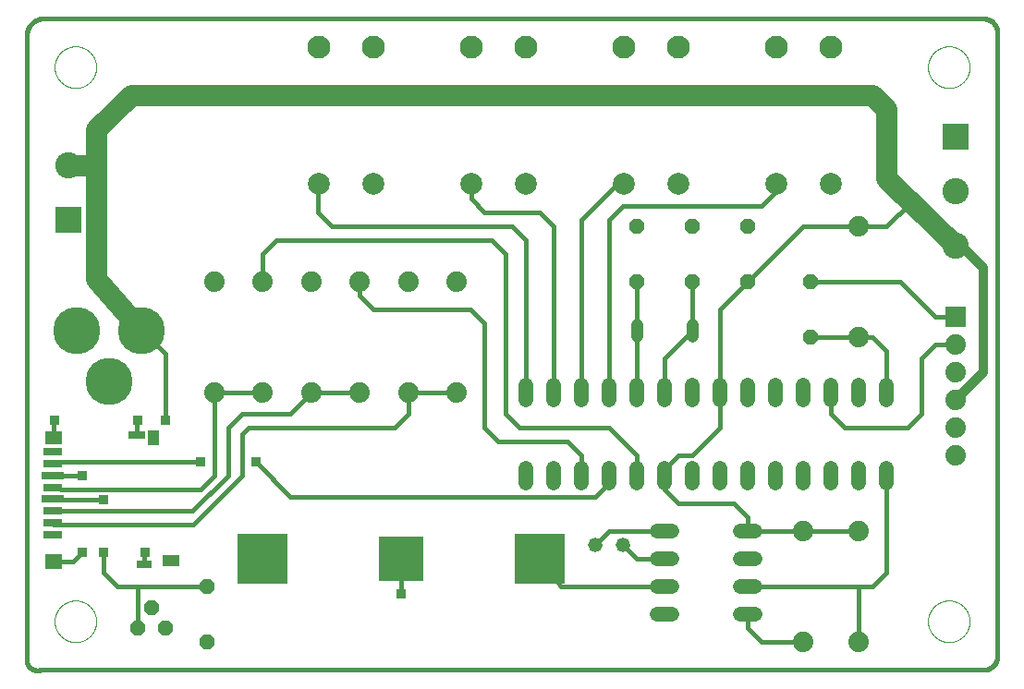
<source format=gtl>
G75*
%MOIN*%
%OFA0B0*%
%FSLAX25Y25*%
%IPPOS*%
%LPD*%
%AMOC8*
5,1,8,0,0,1.08239X$1,22.5*
%
%ADD10C,0.00100*%
%ADD11C,0.01600*%
%ADD12C,0.05200*%
%ADD13C,0.04400*%
%ADD14OC8,0.05200*%
%ADD15C,0.17000*%
%ADD16R,0.16000X0.16000*%
%ADD17R,0.18000X0.18000*%
%ADD18C,0.05200*%
%ADD19C,0.07400*%
%ADD20C,0.07874*%
%ADD21C,0.08268*%
%ADD22R,0.09500X0.09500*%
%ADD23C,0.09500*%
%ADD24R,0.07400X0.07400*%
%ADD25R,0.05906X0.05512*%
%ADD26R,0.05906X0.05118*%
%ADD27R,0.06890X0.02756*%
%ADD28R,0.08000X0.02756*%
%ADD29R,0.05906X0.03150*%
%ADD30R,0.03937X0.05512*%
%ADD31R,0.05512X0.03150*%
%ADD32R,0.06102X0.03937*%
%ADD33R,0.03562X0.03562*%
%ADD34C,0.07600*%
%ADD35C,0.03200*%
D10*
X0027500Y0019503D02*
X0027502Y0019687D01*
X0027509Y0019871D01*
X0027520Y0020055D01*
X0027536Y0020238D01*
X0027556Y0020421D01*
X0027581Y0020603D01*
X0027610Y0020785D01*
X0027644Y0020966D01*
X0027682Y0021146D01*
X0027725Y0021325D01*
X0027772Y0021503D01*
X0027823Y0021680D01*
X0027879Y0021856D01*
X0027938Y0022030D01*
X0028003Y0022202D01*
X0028071Y0022373D01*
X0028143Y0022542D01*
X0028220Y0022710D01*
X0028301Y0022875D01*
X0028386Y0023038D01*
X0028474Y0023200D01*
X0028567Y0023359D01*
X0028664Y0023515D01*
X0028764Y0023670D01*
X0028868Y0023822D01*
X0028976Y0023971D01*
X0029087Y0024117D01*
X0029202Y0024261D01*
X0029321Y0024402D01*
X0029443Y0024540D01*
X0029568Y0024675D01*
X0029697Y0024806D01*
X0029828Y0024935D01*
X0029963Y0025060D01*
X0030101Y0025182D01*
X0030242Y0025301D01*
X0030386Y0025416D01*
X0030532Y0025527D01*
X0030681Y0025635D01*
X0030833Y0025739D01*
X0030988Y0025839D01*
X0031144Y0025936D01*
X0031303Y0026029D01*
X0031465Y0026117D01*
X0031628Y0026202D01*
X0031793Y0026283D01*
X0031961Y0026360D01*
X0032130Y0026432D01*
X0032301Y0026500D01*
X0032473Y0026565D01*
X0032647Y0026624D01*
X0032823Y0026680D01*
X0033000Y0026731D01*
X0033178Y0026778D01*
X0033357Y0026821D01*
X0033537Y0026859D01*
X0033718Y0026893D01*
X0033900Y0026922D01*
X0034082Y0026947D01*
X0034265Y0026967D01*
X0034448Y0026983D01*
X0034632Y0026994D01*
X0034816Y0027001D01*
X0035000Y0027003D01*
X0035184Y0027001D01*
X0035368Y0026994D01*
X0035552Y0026983D01*
X0035735Y0026967D01*
X0035918Y0026947D01*
X0036100Y0026922D01*
X0036282Y0026893D01*
X0036463Y0026859D01*
X0036643Y0026821D01*
X0036822Y0026778D01*
X0037000Y0026731D01*
X0037177Y0026680D01*
X0037353Y0026624D01*
X0037527Y0026565D01*
X0037699Y0026500D01*
X0037870Y0026432D01*
X0038039Y0026360D01*
X0038207Y0026283D01*
X0038372Y0026202D01*
X0038535Y0026117D01*
X0038697Y0026029D01*
X0038856Y0025936D01*
X0039012Y0025839D01*
X0039167Y0025739D01*
X0039319Y0025635D01*
X0039468Y0025527D01*
X0039614Y0025416D01*
X0039758Y0025301D01*
X0039899Y0025182D01*
X0040037Y0025060D01*
X0040172Y0024935D01*
X0040303Y0024806D01*
X0040432Y0024675D01*
X0040557Y0024540D01*
X0040679Y0024402D01*
X0040798Y0024261D01*
X0040913Y0024117D01*
X0041024Y0023971D01*
X0041132Y0023822D01*
X0041236Y0023670D01*
X0041336Y0023515D01*
X0041433Y0023359D01*
X0041526Y0023200D01*
X0041614Y0023038D01*
X0041699Y0022875D01*
X0041780Y0022710D01*
X0041857Y0022542D01*
X0041929Y0022373D01*
X0041997Y0022202D01*
X0042062Y0022030D01*
X0042121Y0021856D01*
X0042177Y0021680D01*
X0042228Y0021503D01*
X0042275Y0021325D01*
X0042318Y0021146D01*
X0042356Y0020966D01*
X0042390Y0020785D01*
X0042419Y0020603D01*
X0042444Y0020421D01*
X0042464Y0020238D01*
X0042480Y0020055D01*
X0042491Y0019871D01*
X0042498Y0019687D01*
X0042500Y0019503D01*
X0042498Y0019319D01*
X0042491Y0019135D01*
X0042480Y0018951D01*
X0042464Y0018768D01*
X0042444Y0018585D01*
X0042419Y0018403D01*
X0042390Y0018221D01*
X0042356Y0018040D01*
X0042318Y0017860D01*
X0042275Y0017681D01*
X0042228Y0017503D01*
X0042177Y0017326D01*
X0042121Y0017150D01*
X0042062Y0016976D01*
X0041997Y0016804D01*
X0041929Y0016633D01*
X0041857Y0016464D01*
X0041780Y0016296D01*
X0041699Y0016131D01*
X0041614Y0015968D01*
X0041526Y0015806D01*
X0041433Y0015647D01*
X0041336Y0015491D01*
X0041236Y0015336D01*
X0041132Y0015184D01*
X0041024Y0015035D01*
X0040913Y0014889D01*
X0040798Y0014745D01*
X0040679Y0014604D01*
X0040557Y0014466D01*
X0040432Y0014331D01*
X0040303Y0014200D01*
X0040172Y0014071D01*
X0040037Y0013946D01*
X0039899Y0013824D01*
X0039758Y0013705D01*
X0039614Y0013590D01*
X0039468Y0013479D01*
X0039319Y0013371D01*
X0039167Y0013267D01*
X0039012Y0013167D01*
X0038856Y0013070D01*
X0038697Y0012977D01*
X0038535Y0012889D01*
X0038372Y0012804D01*
X0038207Y0012723D01*
X0038039Y0012646D01*
X0037870Y0012574D01*
X0037699Y0012506D01*
X0037527Y0012441D01*
X0037353Y0012382D01*
X0037177Y0012326D01*
X0037000Y0012275D01*
X0036822Y0012228D01*
X0036643Y0012185D01*
X0036463Y0012147D01*
X0036282Y0012113D01*
X0036100Y0012084D01*
X0035918Y0012059D01*
X0035735Y0012039D01*
X0035552Y0012023D01*
X0035368Y0012012D01*
X0035184Y0012005D01*
X0035000Y0012003D01*
X0034816Y0012005D01*
X0034632Y0012012D01*
X0034448Y0012023D01*
X0034265Y0012039D01*
X0034082Y0012059D01*
X0033900Y0012084D01*
X0033718Y0012113D01*
X0033537Y0012147D01*
X0033357Y0012185D01*
X0033178Y0012228D01*
X0033000Y0012275D01*
X0032823Y0012326D01*
X0032647Y0012382D01*
X0032473Y0012441D01*
X0032301Y0012506D01*
X0032130Y0012574D01*
X0031961Y0012646D01*
X0031793Y0012723D01*
X0031628Y0012804D01*
X0031465Y0012889D01*
X0031303Y0012977D01*
X0031144Y0013070D01*
X0030988Y0013167D01*
X0030833Y0013267D01*
X0030681Y0013371D01*
X0030532Y0013479D01*
X0030386Y0013590D01*
X0030242Y0013705D01*
X0030101Y0013824D01*
X0029963Y0013946D01*
X0029828Y0014071D01*
X0029697Y0014200D01*
X0029568Y0014331D01*
X0029443Y0014466D01*
X0029321Y0014604D01*
X0029202Y0014745D01*
X0029087Y0014889D01*
X0028976Y0015035D01*
X0028868Y0015184D01*
X0028764Y0015336D01*
X0028664Y0015491D01*
X0028567Y0015647D01*
X0028474Y0015806D01*
X0028386Y0015968D01*
X0028301Y0016131D01*
X0028220Y0016296D01*
X0028143Y0016464D01*
X0028071Y0016633D01*
X0028003Y0016804D01*
X0027938Y0016976D01*
X0027879Y0017150D01*
X0027823Y0017326D01*
X0027772Y0017503D01*
X0027725Y0017681D01*
X0027682Y0017860D01*
X0027644Y0018040D01*
X0027610Y0018221D01*
X0027581Y0018403D01*
X0027556Y0018585D01*
X0027536Y0018768D01*
X0027520Y0018951D01*
X0027509Y0019135D01*
X0027502Y0019319D01*
X0027500Y0019503D01*
X0027500Y0219503D02*
X0027502Y0219687D01*
X0027509Y0219871D01*
X0027520Y0220055D01*
X0027536Y0220238D01*
X0027556Y0220421D01*
X0027581Y0220603D01*
X0027610Y0220785D01*
X0027644Y0220966D01*
X0027682Y0221146D01*
X0027725Y0221325D01*
X0027772Y0221503D01*
X0027823Y0221680D01*
X0027879Y0221856D01*
X0027938Y0222030D01*
X0028003Y0222202D01*
X0028071Y0222373D01*
X0028143Y0222542D01*
X0028220Y0222710D01*
X0028301Y0222875D01*
X0028386Y0223038D01*
X0028474Y0223200D01*
X0028567Y0223359D01*
X0028664Y0223515D01*
X0028764Y0223670D01*
X0028868Y0223822D01*
X0028976Y0223971D01*
X0029087Y0224117D01*
X0029202Y0224261D01*
X0029321Y0224402D01*
X0029443Y0224540D01*
X0029568Y0224675D01*
X0029697Y0224806D01*
X0029828Y0224935D01*
X0029963Y0225060D01*
X0030101Y0225182D01*
X0030242Y0225301D01*
X0030386Y0225416D01*
X0030532Y0225527D01*
X0030681Y0225635D01*
X0030833Y0225739D01*
X0030988Y0225839D01*
X0031144Y0225936D01*
X0031303Y0226029D01*
X0031465Y0226117D01*
X0031628Y0226202D01*
X0031793Y0226283D01*
X0031961Y0226360D01*
X0032130Y0226432D01*
X0032301Y0226500D01*
X0032473Y0226565D01*
X0032647Y0226624D01*
X0032823Y0226680D01*
X0033000Y0226731D01*
X0033178Y0226778D01*
X0033357Y0226821D01*
X0033537Y0226859D01*
X0033718Y0226893D01*
X0033900Y0226922D01*
X0034082Y0226947D01*
X0034265Y0226967D01*
X0034448Y0226983D01*
X0034632Y0226994D01*
X0034816Y0227001D01*
X0035000Y0227003D01*
X0035184Y0227001D01*
X0035368Y0226994D01*
X0035552Y0226983D01*
X0035735Y0226967D01*
X0035918Y0226947D01*
X0036100Y0226922D01*
X0036282Y0226893D01*
X0036463Y0226859D01*
X0036643Y0226821D01*
X0036822Y0226778D01*
X0037000Y0226731D01*
X0037177Y0226680D01*
X0037353Y0226624D01*
X0037527Y0226565D01*
X0037699Y0226500D01*
X0037870Y0226432D01*
X0038039Y0226360D01*
X0038207Y0226283D01*
X0038372Y0226202D01*
X0038535Y0226117D01*
X0038697Y0226029D01*
X0038856Y0225936D01*
X0039012Y0225839D01*
X0039167Y0225739D01*
X0039319Y0225635D01*
X0039468Y0225527D01*
X0039614Y0225416D01*
X0039758Y0225301D01*
X0039899Y0225182D01*
X0040037Y0225060D01*
X0040172Y0224935D01*
X0040303Y0224806D01*
X0040432Y0224675D01*
X0040557Y0224540D01*
X0040679Y0224402D01*
X0040798Y0224261D01*
X0040913Y0224117D01*
X0041024Y0223971D01*
X0041132Y0223822D01*
X0041236Y0223670D01*
X0041336Y0223515D01*
X0041433Y0223359D01*
X0041526Y0223200D01*
X0041614Y0223038D01*
X0041699Y0222875D01*
X0041780Y0222710D01*
X0041857Y0222542D01*
X0041929Y0222373D01*
X0041997Y0222202D01*
X0042062Y0222030D01*
X0042121Y0221856D01*
X0042177Y0221680D01*
X0042228Y0221503D01*
X0042275Y0221325D01*
X0042318Y0221146D01*
X0042356Y0220966D01*
X0042390Y0220785D01*
X0042419Y0220603D01*
X0042444Y0220421D01*
X0042464Y0220238D01*
X0042480Y0220055D01*
X0042491Y0219871D01*
X0042498Y0219687D01*
X0042500Y0219503D01*
X0042498Y0219319D01*
X0042491Y0219135D01*
X0042480Y0218951D01*
X0042464Y0218768D01*
X0042444Y0218585D01*
X0042419Y0218403D01*
X0042390Y0218221D01*
X0042356Y0218040D01*
X0042318Y0217860D01*
X0042275Y0217681D01*
X0042228Y0217503D01*
X0042177Y0217326D01*
X0042121Y0217150D01*
X0042062Y0216976D01*
X0041997Y0216804D01*
X0041929Y0216633D01*
X0041857Y0216464D01*
X0041780Y0216296D01*
X0041699Y0216131D01*
X0041614Y0215968D01*
X0041526Y0215806D01*
X0041433Y0215647D01*
X0041336Y0215491D01*
X0041236Y0215336D01*
X0041132Y0215184D01*
X0041024Y0215035D01*
X0040913Y0214889D01*
X0040798Y0214745D01*
X0040679Y0214604D01*
X0040557Y0214466D01*
X0040432Y0214331D01*
X0040303Y0214200D01*
X0040172Y0214071D01*
X0040037Y0213946D01*
X0039899Y0213824D01*
X0039758Y0213705D01*
X0039614Y0213590D01*
X0039468Y0213479D01*
X0039319Y0213371D01*
X0039167Y0213267D01*
X0039012Y0213167D01*
X0038856Y0213070D01*
X0038697Y0212977D01*
X0038535Y0212889D01*
X0038372Y0212804D01*
X0038207Y0212723D01*
X0038039Y0212646D01*
X0037870Y0212574D01*
X0037699Y0212506D01*
X0037527Y0212441D01*
X0037353Y0212382D01*
X0037177Y0212326D01*
X0037000Y0212275D01*
X0036822Y0212228D01*
X0036643Y0212185D01*
X0036463Y0212147D01*
X0036282Y0212113D01*
X0036100Y0212084D01*
X0035918Y0212059D01*
X0035735Y0212039D01*
X0035552Y0212023D01*
X0035368Y0212012D01*
X0035184Y0212005D01*
X0035000Y0212003D01*
X0034816Y0212005D01*
X0034632Y0212012D01*
X0034448Y0212023D01*
X0034265Y0212039D01*
X0034082Y0212059D01*
X0033900Y0212084D01*
X0033718Y0212113D01*
X0033537Y0212147D01*
X0033357Y0212185D01*
X0033178Y0212228D01*
X0033000Y0212275D01*
X0032823Y0212326D01*
X0032647Y0212382D01*
X0032473Y0212441D01*
X0032301Y0212506D01*
X0032130Y0212574D01*
X0031961Y0212646D01*
X0031793Y0212723D01*
X0031628Y0212804D01*
X0031465Y0212889D01*
X0031303Y0212977D01*
X0031144Y0213070D01*
X0030988Y0213167D01*
X0030833Y0213267D01*
X0030681Y0213371D01*
X0030532Y0213479D01*
X0030386Y0213590D01*
X0030242Y0213705D01*
X0030101Y0213824D01*
X0029963Y0213946D01*
X0029828Y0214071D01*
X0029697Y0214200D01*
X0029568Y0214331D01*
X0029443Y0214466D01*
X0029321Y0214604D01*
X0029202Y0214745D01*
X0029087Y0214889D01*
X0028976Y0215035D01*
X0028868Y0215184D01*
X0028764Y0215336D01*
X0028664Y0215491D01*
X0028567Y0215647D01*
X0028474Y0215806D01*
X0028386Y0215968D01*
X0028301Y0216131D01*
X0028220Y0216296D01*
X0028143Y0216464D01*
X0028071Y0216633D01*
X0028003Y0216804D01*
X0027938Y0216976D01*
X0027879Y0217150D01*
X0027823Y0217326D01*
X0027772Y0217503D01*
X0027725Y0217681D01*
X0027682Y0217860D01*
X0027644Y0218040D01*
X0027610Y0218221D01*
X0027581Y0218403D01*
X0027556Y0218585D01*
X0027536Y0218768D01*
X0027520Y0218951D01*
X0027509Y0219135D01*
X0027502Y0219319D01*
X0027500Y0219503D01*
X0342500Y0219503D02*
X0342502Y0219687D01*
X0342509Y0219871D01*
X0342520Y0220055D01*
X0342536Y0220238D01*
X0342556Y0220421D01*
X0342581Y0220603D01*
X0342610Y0220785D01*
X0342644Y0220966D01*
X0342682Y0221146D01*
X0342725Y0221325D01*
X0342772Y0221503D01*
X0342823Y0221680D01*
X0342879Y0221856D01*
X0342938Y0222030D01*
X0343003Y0222202D01*
X0343071Y0222373D01*
X0343143Y0222542D01*
X0343220Y0222710D01*
X0343301Y0222875D01*
X0343386Y0223038D01*
X0343474Y0223200D01*
X0343567Y0223359D01*
X0343664Y0223515D01*
X0343764Y0223670D01*
X0343868Y0223822D01*
X0343976Y0223971D01*
X0344087Y0224117D01*
X0344202Y0224261D01*
X0344321Y0224402D01*
X0344443Y0224540D01*
X0344568Y0224675D01*
X0344697Y0224806D01*
X0344828Y0224935D01*
X0344963Y0225060D01*
X0345101Y0225182D01*
X0345242Y0225301D01*
X0345386Y0225416D01*
X0345532Y0225527D01*
X0345681Y0225635D01*
X0345833Y0225739D01*
X0345988Y0225839D01*
X0346144Y0225936D01*
X0346303Y0226029D01*
X0346465Y0226117D01*
X0346628Y0226202D01*
X0346793Y0226283D01*
X0346961Y0226360D01*
X0347130Y0226432D01*
X0347301Y0226500D01*
X0347473Y0226565D01*
X0347647Y0226624D01*
X0347823Y0226680D01*
X0348000Y0226731D01*
X0348178Y0226778D01*
X0348357Y0226821D01*
X0348537Y0226859D01*
X0348718Y0226893D01*
X0348900Y0226922D01*
X0349082Y0226947D01*
X0349265Y0226967D01*
X0349448Y0226983D01*
X0349632Y0226994D01*
X0349816Y0227001D01*
X0350000Y0227003D01*
X0350184Y0227001D01*
X0350368Y0226994D01*
X0350552Y0226983D01*
X0350735Y0226967D01*
X0350918Y0226947D01*
X0351100Y0226922D01*
X0351282Y0226893D01*
X0351463Y0226859D01*
X0351643Y0226821D01*
X0351822Y0226778D01*
X0352000Y0226731D01*
X0352177Y0226680D01*
X0352353Y0226624D01*
X0352527Y0226565D01*
X0352699Y0226500D01*
X0352870Y0226432D01*
X0353039Y0226360D01*
X0353207Y0226283D01*
X0353372Y0226202D01*
X0353535Y0226117D01*
X0353697Y0226029D01*
X0353856Y0225936D01*
X0354012Y0225839D01*
X0354167Y0225739D01*
X0354319Y0225635D01*
X0354468Y0225527D01*
X0354614Y0225416D01*
X0354758Y0225301D01*
X0354899Y0225182D01*
X0355037Y0225060D01*
X0355172Y0224935D01*
X0355303Y0224806D01*
X0355432Y0224675D01*
X0355557Y0224540D01*
X0355679Y0224402D01*
X0355798Y0224261D01*
X0355913Y0224117D01*
X0356024Y0223971D01*
X0356132Y0223822D01*
X0356236Y0223670D01*
X0356336Y0223515D01*
X0356433Y0223359D01*
X0356526Y0223200D01*
X0356614Y0223038D01*
X0356699Y0222875D01*
X0356780Y0222710D01*
X0356857Y0222542D01*
X0356929Y0222373D01*
X0356997Y0222202D01*
X0357062Y0222030D01*
X0357121Y0221856D01*
X0357177Y0221680D01*
X0357228Y0221503D01*
X0357275Y0221325D01*
X0357318Y0221146D01*
X0357356Y0220966D01*
X0357390Y0220785D01*
X0357419Y0220603D01*
X0357444Y0220421D01*
X0357464Y0220238D01*
X0357480Y0220055D01*
X0357491Y0219871D01*
X0357498Y0219687D01*
X0357500Y0219503D01*
X0357498Y0219319D01*
X0357491Y0219135D01*
X0357480Y0218951D01*
X0357464Y0218768D01*
X0357444Y0218585D01*
X0357419Y0218403D01*
X0357390Y0218221D01*
X0357356Y0218040D01*
X0357318Y0217860D01*
X0357275Y0217681D01*
X0357228Y0217503D01*
X0357177Y0217326D01*
X0357121Y0217150D01*
X0357062Y0216976D01*
X0356997Y0216804D01*
X0356929Y0216633D01*
X0356857Y0216464D01*
X0356780Y0216296D01*
X0356699Y0216131D01*
X0356614Y0215968D01*
X0356526Y0215806D01*
X0356433Y0215647D01*
X0356336Y0215491D01*
X0356236Y0215336D01*
X0356132Y0215184D01*
X0356024Y0215035D01*
X0355913Y0214889D01*
X0355798Y0214745D01*
X0355679Y0214604D01*
X0355557Y0214466D01*
X0355432Y0214331D01*
X0355303Y0214200D01*
X0355172Y0214071D01*
X0355037Y0213946D01*
X0354899Y0213824D01*
X0354758Y0213705D01*
X0354614Y0213590D01*
X0354468Y0213479D01*
X0354319Y0213371D01*
X0354167Y0213267D01*
X0354012Y0213167D01*
X0353856Y0213070D01*
X0353697Y0212977D01*
X0353535Y0212889D01*
X0353372Y0212804D01*
X0353207Y0212723D01*
X0353039Y0212646D01*
X0352870Y0212574D01*
X0352699Y0212506D01*
X0352527Y0212441D01*
X0352353Y0212382D01*
X0352177Y0212326D01*
X0352000Y0212275D01*
X0351822Y0212228D01*
X0351643Y0212185D01*
X0351463Y0212147D01*
X0351282Y0212113D01*
X0351100Y0212084D01*
X0350918Y0212059D01*
X0350735Y0212039D01*
X0350552Y0212023D01*
X0350368Y0212012D01*
X0350184Y0212005D01*
X0350000Y0212003D01*
X0349816Y0212005D01*
X0349632Y0212012D01*
X0349448Y0212023D01*
X0349265Y0212039D01*
X0349082Y0212059D01*
X0348900Y0212084D01*
X0348718Y0212113D01*
X0348537Y0212147D01*
X0348357Y0212185D01*
X0348178Y0212228D01*
X0348000Y0212275D01*
X0347823Y0212326D01*
X0347647Y0212382D01*
X0347473Y0212441D01*
X0347301Y0212506D01*
X0347130Y0212574D01*
X0346961Y0212646D01*
X0346793Y0212723D01*
X0346628Y0212804D01*
X0346465Y0212889D01*
X0346303Y0212977D01*
X0346144Y0213070D01*
X0345988Y0213167D01*
X0345833Y0213267D01*
X0345681Y0213371D01*
X0345532Y0213479D01*
X0345386Y0213590D01*
X0345242Y0213705D01*
X0345101Y0213824D01*
X0344963Y0213946D01*
X0344828Y0214071D01*
X0344697Y0214200D01*
X0344568Y0214331D01*
X0344443Y0214466D01*
X0344321Y0214604D01*
X0344202Y0214745D01*
X0344087Y0214889D01*
X0343976Y0215035D01*
X0343868Y0215184D01*
X0343764Y0215336D01*
X0343664Y0215491D01*
X0343567Y0215647D01*
X0343474Y0215806D01*
X0343386Y0215968D01*
X0343301Y0216131D01*
X0343220Y0216296D01*
X0343143Y0216464D01*
X0343071Y0216633D01*
X0343003Y0216804D01*
X0342938Y0216976D01*
X0342879Y0217150D01*
X0342823Y0217326D01*
X0342772Y0217503D01*
X0342725Y0217681D01*
X0342682Y0217860D01*
X0342644Y0218040D01*
X0342610Y0218221D01*
X0342581Y0218403D01*
X0342556Y0218585D01*
X0342536Y0218768D01*
X0342520Y0218951D01*
X0342509Y0219135D01*
X0342502Y0219319D01*
X0342500Y0219503D01*
X0342500Y0019503D02*
X0342502Y0019687D01*
X0342509Y0019871D01*
X0342520Y0020055D01*
X0342536Y0020238D01*
X0342556Y0020421D01*
X0342581Y0020603D01*
X0342610Y0020785D01*
X0342644Y0020966D01*
X0342682Y0021146D01*
X0342725Y0021325D01*
X0342772Y0021503D01*
X0342823Y0021680D01*
X0342879Y0021856D01*
X0342938Y0022030D01*
X0343003Y0022202D01*
X0343071Y0022373D01*
X0343143Y0022542D01*
X0343220Y0022710D01*
X0343301Y0022875D01*
X0343386Y0023038D01*
X0343474Y0023200D01*
X0343567Y0023359D01*
X0343664Y0023515D01*
X0343764Y0023670D01*
X0343868Y0023822D01*
X0343976Y0023971D01*
X0344087Y0024117D01*
X0344202Y0024261D01*
X0344321Y0024402D01*
X0344443Y0024540D01*
X0344568Y0024675D01*
X0344697Y0024806D01*
X0344828Y0024935D01*
X0344963Y0025060D01*
X0345101Y0025182D01*
X0345242Y0025301D01*
X0345386Y0025416D01*
X0345532Y0025527D01*
X0345681Y0025635D01*
X0345833Y0025739D01*
X0345988Y0025839D01*
X0346144Y0025936D01*
X0346303Y0026029D01*
X0346465Y0026117D01*
X0346628Y0026202D01*
X0346793Y0026283D01*
X0346961Y0026360D01*
X0347130Y0026432D01*
X0347301Y0026500D01*
X0347473Y0026565D01*
X0347647Y0026624D01*
X0347823Y0026680D01*
X0348000Y0026731D01*
X0348178Y0026778D01*
X0348357Y0026821D01*
X0348537Y0026859D01*
X0348718Y0026893D01*
X0348900Y0026922D01*
X0349082Y0026947D01*
X0349265Y0026967D01*
X0349448Y0026983D01*
X0349632Y0026994D01*
X0349816Y0027001D01*
X0350000Y0027003D01*
X0350184Y0027001D01*
X0350368Y0026994D01*
X0350552Y0026983D01*
X0350735Y0026967D01*
X0350918Y0026947D01*
X0351100Y0026922D01*
X0351282Y0026893D01*
X0351463Y0026859D01*
X0351643Y0026821D01*
X0351822Y0026778D01*
X0352000Y0026731D01*
X0352177Y0026680D01*
X0352353Y0026624D01*
X0352527Y0026565D01*
X0352699Y0026500D01*
X0352870Y0026432D01*
X0353039Y0026360D01*
X0353207Y0026283D01*
X0353372Y0026202D01*
X0353535Y0026117D01*
X0353697Y0026029D01*
X0353856Y0025936D01*
X0354012Y0025839D01*
X0354167Y0025739D01*
X0354319Y0025635D01*
X0354468Y0025527D01*
X0354614Y0025416D01*
X0354758Y0025301D01*
X0354899Y0025182D01*
X0355037Y0025060D01*
X0355172Y0024935D01*
X0355303Y0024806D01*
X0355432Y0024675D01*
X0355557Y0024540D01*
X0355679Y0024402D01*
X0355798Y0024261D01*
X0355913Y0024117D01*
X0356024Y0023971D01*
X0356132Y0023822D01*
X0356236Y0023670D01*
X0356336Y0023515D01*
X0356433Y0023359D01*
X0356526Y0023200D01*
X0356614Y0023038D01*
X0356699Y0022875D01*
X0356780Y0022710D01*
X0356857Y0022542D01*
X0356929Y0022373D01*
X0356997Y0022202D01*
X0357062Y0022030D01*
X0357121Y0021856D01*
X0357177Y0021680D01*
X0357228Y0021503D01*
X0357275Y0021325D01*
X0357318Y0021146D01*
X0357356Y0020966D01*
X0357390Y0020785D01*
X0357419Y0020603D01*
X0357444Y0020421D01*
X0357464Y0020238D01*
X0357480Y0020055D01*
X0357491Y0019871D01*
X0357498Y0019687D01*
X0357500Y0019503D01*
X0357498Y0019319D01*
X0357491Y0019135D01*
X0357480Y0018951D01*
X0357464Y0018768D01*
X0357444Y0018585D01*
X0357419Y0018403D01*
X0357390Y0018221D01*
X0357356Y0018040D01*
X0357318Y0017860D01*
X0357275Y0017681D01*
X0357228Y0017503D01*
X0357177Y0017326D01*
X0357121Y0017150D01*
X0357062Y0016976D01*
X0356997Y0016804D01*
X0356929Y0016633D01*
X0356857Y0016464D01*
X0356780Y0016296D01*
X0356699Y0016131D01*
X0356614Y0015968D01*
X0356526Y0015806D01*
X0356433Y0015647D01*
X0356336Y0015491D01*
X0356236Y0015336D01*
X0356132Y0015184D01*
X0356024Y0015035D01*
X0355913Y0014889D01*
X0355798Y0014745D01*
X0355679Y0014604D01*
X0355557Y0014466D01*
X0355432Y0014331D01*
X0355303Y0014200D01*
X0355172Y0014071D01*
X0355037Y0013946D01*
X0354899Y0013824D01*
X0354758Y0013705D01*
X0354614Y0013590D01*
X0354468Y0013479D01*
X0354319Y0013371D01*
X0354167Y0013267D01*
X0354012Y0013167D01*
X0353856Y0013070D01*
X0353697Y0012977D01*
X0353535Y0012889D01*
X0353372Y0012804D01*
X0353207Y0012723D01*
X0353039Y0012646D01*
X0352870Y0012574D01*
X0352699Y0012506D01*
X0352527Y0012441D01*
X0352353Y0012382D01*
X0352177Y0012326D01*
X0352000Y0012275D01*
X0351822Y0012228D01*
X0351643Y0012185D01*
X0351463Y0012147D01*
X0351282Y0012113D01*
X0351100Y0012084D01*
X0350918Y0012059D01*
X0350735Y0012039D01*
X0350552Y0012023D01*
X0350368Y0012012D01*
X0350184Y0012005D01*
X0350000Y0012003D01*
X0349816Y0012005D01*
X0349632Y0012012D01*
X0349448Y0012023D01*
X0349265Y0012039D01*
X0349082Y0012059D01*
X0348900Y0012084D01*
X0348718Y0012113D01*
X0348537Y0012147D01*
X0348357Y0012185D01*
X0348178Y0012228D01*
X0348000Y0012275D01*
X0347823Y0012326D01*
X0347647Y0012382D01*
X0347473Y0012441D01*
X0347301Y0012506D01*
X0347130Y0012574D01*
X0346961Y0012646D01*
X0346793Y0012723D01*
X0346628Y0012804D01*
X0346465Y0012889D01*
X0346303Y0012977D01*
X0346144Y0013070D01*
X0345988Y0013167D01*
X0345833Y0013267D01*
X0345681Y0013371D01*
X0345532Y0013479D01*
X0345386Y0013590D01*
X0345242Y0013705D01*
X0345101Y0013824D01*
X0344963Y0013946D01*
X0344828Y0014071D01*
X0344697Y0014200D01*
X0344568Y0014331D01*
X0344443Y0014466D01*
X0344321Y0014604D01*
X0344202Y0014745D01*
X0344087Y0014889D01*
X0343976Y0015035D01*
X0343868Y0015184D01*
X0343764Y0015336D01*
X0343664Y0015491D01*
X0343567Y0015647D01*
X0343474Y0015806D01*
X0343386Y0015968D01*
X0343301Y0016131D01*
X0343220Y0016296D01*
X0343143Y0016464D01*
X0343071Y0016633D01*
X0343003Y0016804D01*
X0342938Y0016976D01*
X0342879Y0017150D01*
X0342823Y0017326D01*
X0342772Y0017503D01*
X0342725Y0017681D01*
X0342682Y0017860D01*
X0342644Y0018040D01*
X0342610Y0018221D01*
X0342581Y0018403D01*
X0342556Y0018585D01*
X0342536Y0018768D01*
X0342520Y0018951D01*
X0342509Y0019135D01*
X0342502Y0019319D01*
X0342500Y0019503D01*
D11*
X0017500Y0004503D02*
X0017500Y0229503D01*
X0017471Y0229659D01*
X0017445Y0229816D01*
X0017424Y0229974D01*
X0017406Y0230131D01*
X0017393Y0230290D01*
X0017383Y0230448D01*
X0017378Y0230607D01*
X0017376Y0230766D01*
X0017378Y0230925D01*
X0017385Y0231084D01*
X0017395Y0231242D01*
X0017409Y0231401D01*
X0017427Y0231559D01*
X0017449Y0231716D01*
X0017475Y0231873D01*
X0017505Y0232029D01*
X0017539Y0232184D01*
X0017576Y0232339D01*
X0017618Y0232492D01*
X0017663Y0232644D01*
X0017712Y0232796D01*
X0017765Y0232945D01*
X0017821Y0233094D01*
X0017882Y0233241D01*
X0017946Y0233387D01*
X0018013Y0233530D01*
X0018084Y0233673D01*
X0018159Y0233813D01*
X0018237Y0233951D01*
X0018318Y0234088D01*
X0018403Y0234222D01*
X0018491Y0234354D01*
X0018582Y0234484D01*
X0018677Y0234612D01*
X0018775Y0234737D01*
X0018876Y0234860D01*
X0018980Y0234980D01*
X0019087Y0235098D01*
X0019196Y0235213D01*
X0019309Y0235325D01*
X0019424Y0235434D01*
X0019542Y0235541D01*
X0019663Y0235644D01*
X0019786Y0235745D01*
X0019912Y0235842D01*
X0020040Y0235936D01*
X0020170Y0236027D01*
X0020303Y0236114D01*
X0020438Y0236199D01*
X0020574Y0236280D01*
X0020713Y0236357D01*
X0020854Y0236431D01*
X0020996Y0236501D01*
X0021140Y0236568D01*
X0021286Y0236632D01*
X0021434Y0236691D01*
X0021582Y0236747D01*
X0021732Y0236799D01*
X0021884Y0236848D01*
X0022036Y0236892D01*
X0022190Y0236933D01*
X0022345Y0236970D01*
X0022500Y0237003D01*
X0362500Y0237003D01*
X0362640Y0237001D01*
X0362780Y0236995D01*
X0362920Y0236985D01*
X0363060Y0236972D01*
X0363199Y0236954D01*
X0363338Y0236932D01*
X0363475Y0236907D01*
X0363613Y0236878D01*
X0363749Y0236845D01*
X0363884Y0236808D01*
X0364018Y0236767D01*
X0364151Y0236722D01*
X0364283Y0236674D01*
X0364413Y0236622D01*
X0364542Y0236567D01*
X0364669Y0236508D01*
X0364795Y0236445D01*
X0364919Y0236379D01*
X0365040Y0236310D01*
X0365160Y0236237D01*
X0365278Y0236160D01*
X0365393Y0236081D01*
X0365507Y0235998D01*
X0365617Y0235912D01*
X0365726Y0235823D01*
X0365832Y0235731D01*
X0365935Y0235636D01*
X0366036Y0235539D01*
X0366133Y0235438D01*
X0366228Y0235335D01*
X0366320Y0235229D01*
X0366409Y0235120D01*
X0366495Y0235010D01*
X0366578Y0234896D01*
X0366657Y0234781D01*
X0366734Y0234663D01*
X0366807Y0234543D01*
X0366876Y0234422D01*
X0366942Y0234298D01*
X0367005Y0234172D01*
X0367064Y0234045D01*
X0367119Y0233916D01*
X0367171Y0233786D01*
X0367219Y0233654D01*
X0367264Y0233521D01*
X0367305Y0233387D01*
X0367342Y0233252D01*
X0367375Y0233116D01*
X0367404Y0232978D01*
X0367429Y0232841D01*
X0367451Y0232702D01*
X0367469Y0232563D01*
X0367482Y0232423D01*
X0367492Y0232283D01*
X0367498Y0232143D01*
X0367500Y0232003D01*
X0367500Y0007003D01*
X0367498Y0006863D01*
X0367492Y0006723D01*
X0367482Y0006583D01*
X0367469Y0006443D01*
X0367451Y0006304D01*
X0367429Y0006165D01*
X0367404Y0006028D01*
X0367375Y0005890D01*
X0367342Y0005754D01*
X0367305Y0005619D01*
X0367264Y0005485D01*
X0367219Y0005352D01*
X0367171Y0005220D01*
X0367119Y0005090D01*
X0367064Y0004961D01*
X0367005Y0004834D01*
X0366942Y0004708D01*
X0366876Y0004584D01*
X0366807Y0004463D01*
X0366734Y0004343D01*
X0366657Y0004225D01*
X0366578Y0004110D01*
X0366495Y0003996D01*
X0366409Y0003886D01*
X0366320Y0003777D01*
X0366228Y0003671D01*
X0366133Y0003568D01*
X0366036Y0003467D01*
X0365935Y0003370D01*
X0365832Y0003275D01*
X0365726Y0003183D01*
X0365617Y0003094D01*
X0365507Y0003008D01*
X0365393Y0002925D01*
X0365278Y0002846D01*
X0365160Y0002769D01*
X0365040Y0002696D01*
X0364919Y0002627D01*
X0364795Y0002561D01*
X0364669Y0002498D01*
X0364542Y0002439D01*
X0364413Y0002384D01*
X0364283Y0002332D01*
X0364151Y0002284D01*
X0364018Y0002239D01*
X0363884Y0002198D01*
X0363749Y0002161D01*
X0363613Y0002128D01*
X0363475Y0002099D01*
X0363338Y0002074D01*
X0363199Y0002052D01*
X0363060Y0002034D01*
X0362920Y0002021D01*
X0362780Y0002011D01*
X0362640Y0002005D01*
X0362500Y0002003D01*
X0022500Y0002003D01*
X0022382Y0001965D01*
X0022262Y0001932D01*
X0022142Y0001902D01*
X0022020Y0001876D01*
X0021898Y0001853D01*
X0021775Y0001835D01*
X0021652Y0001820D01*
X0021528Y0001810D01*
X0021404Y0001803D01*
X0021280Y0001800D01*
X0021156Y0001801D01*
X0021032Y0001806D01*
X0020908Y0001815D01*
X0020784Y0001828D01*
X0020661Y0001844D01*
X0020539Y0001865D01*
X0020417Y0001889D01*
X0020296Y0001917D01*
X0020176Y0001949D01*
X0020057Y0001984D01*
X0019939Y0002024D01*
X0019823Y0002067D01*
X0019708Y0002113D01*
X0019594Y0002164D01*
X0019482Y0002217D01*
X0019372Y0002275D01*
X0019264Y0002335D01*
X0019157Y0002399D01*
X0019053Y0002467D01*
X0018951Y0002537D01*
X0018851Y0002611D01*
X0018753Y0002688D01*
X0018658Y0002768D01*
X0018566Y0002851D01*
X0018476Y0002937D01*
X0018389Y0003025D01*
X0018305Y0003116D01*
X0018223Y0003210D01*
X0018145Y0003307D01*
X0018070Y0003405D01*
X0017998Y0003506D01*
X0017929Y0003610D01*
X0017863Y0003715D01*
X0017801Y0003822D01*
X0017742Y0003932D01*
X0017686Y0004043D01*
X0017634Y0004156D01*
X0017586Y0004270D01*
X0017541Y0004386D01*
X0017500Y0004503D01*
X0057500Y0017003D02*
X0057500Y0032003D01*
X0082500Y0032003D01*
X0059646Y0039956D02*
X0059646Y0044149D01*
X0060000Y0044503D01*
X0045000Y0044503D02*
X0045000Y0037003D01*
X0050000Y0032003D01*
X0057500Y0032003D01*
X0037500Y0044503D02*
X0034134Y0041137D01*
X0027165Y0041137D01*
X0027185Y0054503D02*
X0026772Y0054916D01*
X0027185Y0054503D02*
X0077500Y0054503D01*
X0095000Y0072003D01*
X0095000Y0087003D01*
X0097500Y0089503D01*
X0150000Y0089503D01*
X0155000Y0094503D01*
X0155000Y0102003D01*
X0172500Y0102003D01*
X0182500Y0089503D02*
X0187500Y0084503D01*
X0212500Y0084503D01*
X0217500Y0079503D01*
X0217500Y0072003D01*
X0222500Y0064503D02*
X0112500Y0064503D01*
X0100000Y0077003D01*
X0090000Y0072003D02*
X0090000Y0089503D01*
X0095000Y0094503D01*
X0112500Y0094503D01*
X0120000Y0102003D01*
X0137500Y0102003D01*
X0102500Y0102003D02*
X0085000Y0102003D01*
X0085000Y0072003D01*
X0080000Y0067003D01*
X0030177Y0067003D01*
X0026772Y0067908D01*
X0027008Y0072003D02*
X0026772Y0072239D01*
X0027008Y0072003D02*
X0037500Y0072003D01*
X0029705Y0077003D02*
X0026772Y0076570D01*
X0029705Y0077003D02*
X0080000Y0077003D01*
X0090000Y0072003D02*
X0077244Y0059247D01*
X0026772Y0059247D01*
X0027096Y0063253D02*
X0026772Y0063578D01*
X0027096Y0063253D02*
X0045000Y0063253D01*
X0027165Y0085625D02*
X0027165Y0091668D01*
X0027500Y0092003D01*
X0057087Y0091589D02*
X0057087Y0086806D01*
X0057087Y0091589D02*
X0057500Y0092003D01*
X0067500Y0092003D02*
X0067500Y0115940D01*
X0058937Y0124503D01*
X0058937Y0123066D01*
X0060000Y0122003D01*
X0102500Y0142003D02*
X0102500Y0152003D01*
X0107500Y0157003D01*
X0185000Y0157003D01*
X0190000Y0152003D01*
X0190000Y0094503D01*
X0195000Y0089503D01*
X0227500Y0089503D01*
X0237500Y0079503D01*
X0237500Y0072003D01*
X0247500Y0072003D02*
X0247500Y0067003D01*
X0252500Y0062003D01*
X0272500Y0062003D01*
X0277500Y0057003D01*
X0277500Y0052003D01*
X0297500Y0052003D01*
X0317500Y0052003D01*
X0327500Y0037003D02*
X0327500Y0072003D01*
X0335000Y0089503D02*
X0312500Y0089503D01*
X0307500Y0094503D01*
X0307500Y0102003D01*
X0327500Y0102003D02*
X0327500Y0117003D01*
X0322500Y0122003D01*
X0317500Y0122003D01*
X0300000Y0122003D01*
X0300000Y0142003D02*
X0332500Y0142003D01*
X0345000Y0129503D01*
X0352500Y0129503D01*
X0352500Y0119503D02*
X0345000Y0119503D01*
X0340000Y0114503D01*
X0340000Y0094503D01*
X0335000Y0089503D01*
X0267500Y0089503D02*
X0257500Y0079503D01*
X0252500Y0079503D01*
X0247500Y0074503D01*
X0247500Y0072003D01*
X0227500Y0072003D02*
X0227500Y0069503D01*
X0222500Y0064503D01*
X0227500Y0052003D02*
X0222500Y0047003D01*
X0227500Y0052003D02*
X0247500Y0052003D01*
X0247500Y0042003D02*
X0237500Y0042003D01*
X0232500Y0047003D01*
X0247500Y0032003D02*
X0210000Y0032003D01*
X0202500Y0042003D01*
X0152500Y0042003D02*
X0152500Y0029503D01*
X0182500Y0089503D02*
X0182500Y0127003D01*
X0177500Y0132003D01*
X0142500Y0132003D01*
X0137500Y0137003D01*
X0137500Y0142003D01*
X0127500Y0162003D02*
X0122500Y0167003D01*
X0122500Y0172397D01*
X0122657Y0177397D01*
X0127500Y0162003D02*
X0192500Y0162003D01*
X0197500Y0157003D01*
X0197500Y0102003D01*
X0207500Y0102003D02*
X0207500Y0162003D01*
X0202500Y0167003D01*
X0182500Y0167003D01*
X0177657Y0172160D01*
X0177657Y0177397D01*
X0217500Y0164503D02*
X0230000Y0177003D01*
X0232264Y0177003D01*
X0232657Y0177397D01*
X0232500Y0169503D02*
X0282500Y0169503D01*
X0287657Y0174660D01*
X0287657Y0177397D01*
X0297500Y0162003D02*
X0317500Y0162003D01*
X0327500Y0162045D01*
X0336289Y0170833D01*
X0297500Y0162003D02*
X0277500Y0142003D01*
X0267500Y0132003D01*
X0267500Y0102003D01*
X0267500Y0089503D01*
X0247500Y0102003D02*
X0247500Y0114503D01*
X0257500Y0124503D01*
X0257500Y0142003D01*
X0237500Y0142003D02*
X0237500Y0124503D01*
X0237500Y0102003D01*
X0227500Y0102003D02*
X0227500Y0164503D01*
X0232500Y0169503D01*
X0217500Y0164503D02*
X0217500Y0102003D01*
X0277500Y0032003D02*
X0317500Y0032003D01*
X0322500Y0032003D01*
X0327500Y0037003D01*
X0317500Y0032003D02*
X0317500Y0012003D01*
X0297500Y0012003D02*
X0282500Y0012003D01*
X0277500Y0017003D01*
X0277500Y0022003D01*
D12*
X0274900Y0022003D02*
X0280100Y0022003D01*
X0280100Y0032003D02*
X0274900Y0032003D01*
X0274900Y0042003D02*
X0280100Y0042003D01*
X0280100Y0052003D02*
X0274900Y0052003D01*
X0250100Y0052003D02*
X0244900Y0052003D01*
X0244900Y0042003D02*
X0250100Y0042003D01*
X0250100Y0032003D02*
X0244900Y0032003D01*
X0244900Y0022003D02*
X0250100Y0022003D01*
X0247500Y0069403D02*
X0247500Y0074603D01*
X0257500Y0074603D02*
X0257500Y0069403D01*
X0267500Y0069403D02*
X0267500Y0074603D01*
X0277500Y0074603D02*
X0277500Y0069403D01*
X0287500Y0069403D02*
X0287500Y0074603D01*
X0297500Y0074603D02*
X0297500Y0069403D01*
X0307500Y0069403D02*
X0307500Y0074603D01*
X0317500Y0074603D02*
X0317500Y0069403D01*
X0327500Y0069403D02*
X0327500Y0074603D01*
X0327500Y0099403D02*
X0327500Y0104603D01*
X0317500Y0104603D02*
X0317500Y0099403D01*
X0307500Y0099403D02*
X0307500Y0104603D01*
X0297500Y0104603D02*
X0297500Y0099403D01*
X0287500Y0099403D02*
X0287500Y0104603D01*
X0277500Y0104603D02*
X0277500Y0099403D01*
X0267500Y0099403D02*
X0267500Y0104603D01*
X0257500Y0104603D02*
X0257500Y0099403D01*
X0247500Y0099403D02*
X0247500Y0104603D01*
X0237500Y0104603D02*
X0237500Y0099403D01*
X0227500Y0099403D02*
X0227500Y0104603D01*
X0217500Y0104603D02*
X0217500Y0099403D01*
X0207500Y0099403D02*
X0207500Y0104603D01*
X0197500Y0104603D02*
X0197500Y0099403D01*
X0197500Y0074603D02*
X0197500Y0069403D01*
X0207500Y0069403D02*
X0207500Y0074603D01*
X0217500Y0074603D02*
X0217500Y0069403D01*
X0227500Y0069403D02*
X0227500Y0074603D01*
X0237500Y0074603D02*
X0237500Y0069403D01*
D13*
X0237500Y0122303D02*
X0237500Y0126703D01*
X0257500Y0126703D02*
X0257500Y0122303D01*
D14*
X0257500Y0142003D03*
X0237500Y0142003D03*
X0237500Y0162003D03*
X0257500Y0162003D03*
X0277500Y0162003D03*
X0277500Y0142003D03*
X0300000Y0142003D03*
X0300000Y0122003D03*
X0082500Y0032003D03*
X0067500Y0017003D03*
X0062500Y0024503D03*
X0057500Y0017003D03*
X0082500Y0012003D03*
D15*
X0047126Y0105999D03*
X0058937Y0124503D03*
X0035315Y0124503D03*
D16*
X0152500Y0042003D03*
D17*
X0202500Y0042003D03*
X0102500Y0042003D03*
D18*
X0222500Y0047003D03*
X0232500Y0047003D03*
D19*
X0297500Y0052003D03*
X0317500Y0052003D03*
X0352500Y0079503D03*
X0352500Y0089503D03*
X0352500Y0099503D03*
X0352500Y0109503D03*
X0352500Y0119503D03*
X0317500Y0122003D03*
X0317500Y0162003D03*
X0172500Y0142003D03*
X0155000Y0142003D03*
X0137500Y0142003D03*
X0120000Y0142003D03*
X0102500Y0142003D03*
X0085000Y0142003D03*
X0085000Y0102003D03*
X0102500Y0102003D03*
X0120000Y0102003D03*
X0137500Y0102003D03*
X0155000Y0102003D03*
X0172500Y0102003D03*
X0297500Y0012003D03*
X0317500Y0012003D03*
D20*
X0307343Y0177397D03*
X0287657Y0177397D03*
X0252343Y0177397D03*
X0232657Y0177397D03*
X0197343Y0177397D03*
X0177657Y0177397D03*
X0142343Y0177397D03*
X0122657Y0177397D03*
D21*
X0122657Y0226609D03*
X0142343Y0226609D03*
X0177657Y0226609D03*
X0197343Y0226609D03*
X0232657Y0226609D03*
X0252343Y0226609D03*
X0287657Y0226609D03*
X0307343Y0226609D03*
D22*
X0352500Y0194503D03*
X0032500Y0164503D03*
D23*
X0032500Y0184188D03*
X0352500Y0174818D03*
X0352500Y0155133D03*
D24*
X0352500Y0129503D03*
D25*
X0027165Y0041137D03*
D26*
X0027165Y0085625D03*
D27*
X0026772Y0080704D03*
X0026772Y0076570D03*
X0026772Y0067908D03*
X0026772Y0059247D03*
X0026772Y0054916D03*
X0026772Y0050586D03*
D28*
X0026772Y0063578D03*
X0026772Y0072239D03*
D29*
X0057087Y0086806D03*
D30*
X0062992Y0085625D03*
D31*
X0059646Y0039956D03*
D32*
X0069291Y0041334D03*
D33*
X0060000Y0044503D03*
X0045000Y0044503D03*
X0037500Y0044503D03*
X0045000Y0063253D03*
X0037500Y0072003D03*
X0027500Y0092003D03*
X0057500Y0092003D03*
X0067500Y0092003D03*
X0080000Y0077003D03*
X0100000Y0077003D03*
X0152500Y0029503D03*
D34*
X0058937Y0124503D02*
X0042500Y0143066D01*
X0042500Y0184503D01*
X0042185Y0184188D01*
X0032500Y0184188D01*
X0042500Y0184503D02*
X0042500Y0197003D01*
X0055000Y0209503D01*
X0322500Y0209503D01*
X0327500Y0204503D01*
X0327500Y0179503D01*
X0332500Y0174503D01*
X0336289Y0170833D01*
X0352500Y0155133D01*
D35*
X0352500Y0157003D01*
X0362500Y0147003D01*
X0362500Y0109503D01*
X0352500Y0099503D01*
M02*

</source>
